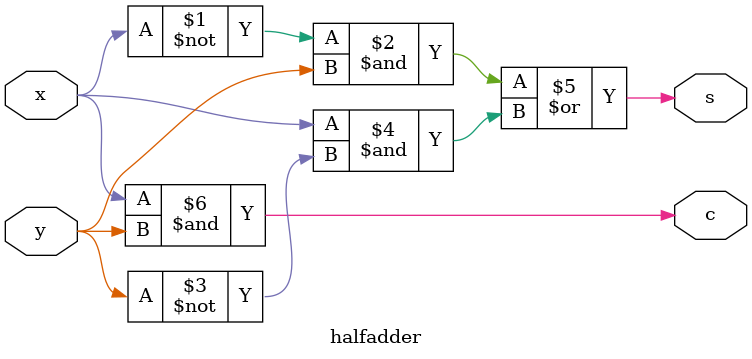
<source format=v>
module halfadder(x,y,s,c);
input x,y;
output s,c;
assign s=(~x&y) |(x&~y);
assign c =x&y;
endmodule

</source>
